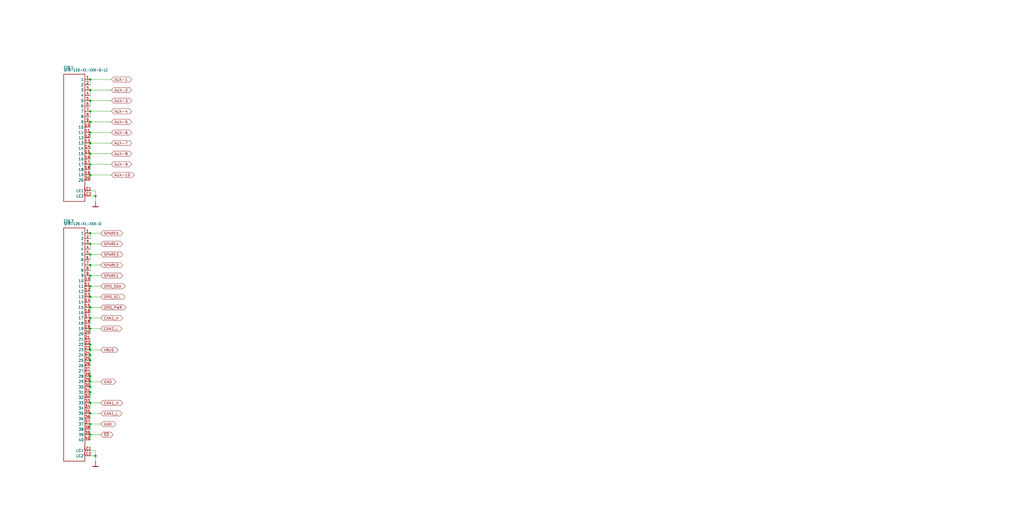
<source format=kicad_sch>
(kicad_sch (version 20211123) (generator eeschema)
  (paper "User" 490.22 254.406)
  (lib_symbols
    (symbol "oresat-backplane-2u-eagle-import:GND" (power)
      (symbol "GND_1_0"
        (polyline (pts (xy -1.27 -2.54) (xy 1.27 -2.54)) (stroke (width 0.4064)))
        (pin power_in line (at 0 0 270) (length 2.54) (name "GND") (number "1"))
      )
    )
    (symbol "oresat-backplane-2u-eagle-import:SFM-110-X1-XXX-D-LC"
      (property "Reference" "CF" (at -2.54 33.02 0))
      (property "Value" "SFM-110-X1-XXX-D-LC" (at -2.54 31.75 0))
      (symbol "SFM-110-X1-XXX-D-LC_1_0"
        (polyline (pts (xy -2.54 -30.48) (xy -2.54 30.48)) (stroke (width 0.254)))
        (polyline (pts (xy -2.54 30.48) (xy 7.62 30.48)) (stroke (width 0.254)))
        (polyline (pts (xy 7.62 -30.48) (xy -2.54 -30.48)) (stroke (width 0.254)))
        (polyline (pts (xy 7.62 30.48) (xy 7.62 -30.48)) (stroke (width 0.254)))
        (pin passive line (at 10.16 27.94 180) (length 2.54) (name "1") (number "1"))
        (pin passive line (at 10.16 5.08 180) (length 2.54) (name "10") (number "10"))
        (pin passive line (at 10.16 2.54 180) (length 2.54) (name "11") (number "11"))
        (pin passive line (at 10.16 0 180) (length 2.54) (name "12") (number "12"))
        (pin passive line (at 10.16 -2.54 180) (length 2.54) (name "13") (number "13"))
        (pin passive line (at 10.16 -5.08 180) (length 2.54) (name "14") (number "14"))
        (pin passive line (at 10.16 -7.62 180) (length 2.54) (name "15") (number "15"))
        (pin passive line (at 10.16 -10.16 180) (length 2.54) (name "16") (number "16"))
        (pin passive line (at 10.16 -12.7 180) (length 2.54) (name "17") (number "17"))
        (pin passive line (at 10.16 -15.24 180) (length 2.54) (name "18") (number "18"))
        (pin passive line (at 10.16 -17.78 180) (length 2.54) (name "19") (number "19"))
        (pin passive line (at 10.16 25.4 180) (length 2.54) (name "2") (number "2"))
        (pin passive line (at 10.16 -20.32 180) (length 2.54) (name "20") (number "20"))
        (pin passive line (at 10.16 22.86 180) (length 2.54) (name "3") (number "3"))
        (pin passive line (at 10.16 20.32 180) (length 2.54) (name "4") (number "4"))
        (pin passive line (at 10.16 17.78 180) (length 2.54) (name "5") (number "5"))
        (pin passive line (at 10.16 15.24 180) (length 2.54) (name "6") (number "6"))
        (pin passive line (at 10.16 12.7 180) (length 2.54) (name "7") (number "7"))
        (pin passive line (at 10.16 10.16 180) (length 2.54) (name "8") (number "8"))
        (pin passive line (at 10.16 7.62 180) (length 2.54) (name "9") (number "9"))
        (pin passive line (at 10.16 -25.4 180) (length 2.54) (name "LC1") (number "LC1"))
        (pin passive line (at 10.16 -27.94 180) (length 2.54) (name "LC2") (number "LC2"))
      )
    )
    (symbol "oresat-backplane-2u-eagle-import:SFM-120-X1-XXX-D"
      (property "Reference" "J" (at -2.54 50.8 0))
      (property "Value" "SFM-120-X1-XXX-D" (at -2.54 49.53 0))
      (symbol "SFM-120-X1-XXX-D_1_0"
        (polyline (pts (xy -2.54 -63.5) (xy -2.54 48.26)) (stroke (width 0.254)))
        (polyline (pts (xy -2.54 48.26) (xy 7.62 48.26)) (stroke (width 0.254)))
        (polyline (pts (xy 7.62 -63.5) (xy -2.54 -63.5)) (stroke (width 0.254)))
        (polyline (pts (xy 7.62 48.26) (xy 7.62 -63.5)) (stroke (width 0.254)))
        (pin passive line (at 10.16 45.72 180) (length 2.54) (name "1") (number "1"))
        (pin passive line (at 10.16 22.86 180) (length 2.54) (name "10") (number "10"))
        (pin passive line (at 10.16 20.32 180) (length 2.54) (name "11") (number "11"))
        (pin passive line (at 10.16 17.78 180) (length 2.54) (name "12") (number "12"))
        (pin passive line (at 10.16 15.24 180) (length 2.54) (name "13") (number "13"))
        (pin passive line (at 10.16 12.7 180) (length 2.54) (name "14") (number "14"))
        (pin passive line (at 10.16 10.16 180) (length 2.54) (name "15") (number "15"))
        (pin passive line (at 10.16 7.62 180) (length 2.54) (name "16") (number "16"))
        (pin passive line (at 10.16 5.08 180) (length 2.54) (name "17") (number "17"))
        (pin passive line (at 10.16 2.54 180) (length 2.54) (name "18") (number "18"))
        (pin passive line (at 10.16 0 180) (length 2.54) (name "19") (number "19"))
        (pin passive line (at 10.16 43.18 180) (length 2.54) (name "2") (number "2"))
        (pin passive line (at 10.16 -2.54 180) (length 2.54) (name "20") (number "20"))
        (pin passive line (at 10.16 -5.08 180) (length 2.54) (name "21") (number "21"))
        (pin passive line (at 10.16 -7.62 180) (length 2.54) (name "22") (number "22"))
        (pin passive line (at 10.16 -10.16 180) (length 2.54) (name "23") (number "23"))
        (pin passive line (at 10.16 -12.7 180) (length 2.54) (name "24") (number "24"))
        (pin passive line (at 10.16 -15.24 180) (length 2.54) (name "25") (number "25"))
        (pin passive line (at 10.16 -17.78 180) (length 2.54) (name "26") (number "26"))
        (pin passive line (at 10.16 -20.32 180) (length 2.54) (name "27") (number "27"))
        (pin passive line (at 10.16 -22.86 180) (length 2.54) (name "28") (number "28"))
        (pin passive line (at 10.16 -25.4 180) (length 2.54) (name "29") (number "29"))
        (pin passive line (at 10.16 40.64 180) (length 2.54) (name "3") (number "3"))
        (pin passive line (at 10.16 -27.94 180) (length 2.54) (name "30") (number "30"))
        (pin passive line (at 10.16 -30.48 180) (length 2.54) (name "31") (number "31"))
        (pin passive line (at 10.16 -33.02 180) (length 2.54) (name "32") (number "32"))
        (pin passive line (at 10.16 -35.56 180) (length 2.54) (name "33") (number "33"))
        (pin passive line (at 10.16 -38.1 180) (length 2.54) (name "34") (number "34"))
        (pin passive line (at 10.16 -40.64 180) (length 2.54) (name "35") (number "35"))
        (pin passive line (at 10.16 -43.18 180) (length 2.54) (name "36") (number "36"))
        (pin passive line (at 10.16 -45.72 180) (length 2.54) (name "37") (number "37"))
        (pin passive line (at 10.16 -48.26 180) (length 2.54) (name "38") (number "38"))
        (pin passive line (at 10.16 -50.8 180) (length 2.54) (name "39") (number "39"))
        (pin passive line (at 10.16 38.1 180) (length 2.54) (name "4") (number "4"))
        (pin passive line (at 10.16 -53.34 180) (length 2.54) (name "40") (number "40"))
        (pin passive line (at 10.16 35.56 180) (length 2.54) (name "5") (number "5"))
        (pin passive line (at 10.16 33.02 180) (length 2.54) (name "6") (number "6"))
        (pin passive line (at 10.16 30.48 180) (length 2.54) (name "7") (number "7"))
        (pin passive line (at 10.16 27.94 180) (length 2.54) (name "8") (number "8"))
        (pin passive line (at 10.16 25.4 180) (length 2.54) (name "9") (number "9"))
        (pin passive line (at 10.16 -58.42 180) (length 2.54) (name "LC1") (number "LC1"))
        (pin passive line (at 10.16 -60.96 180) (length 2.54) (name "LC2") (number "LC2"))
      )
    )
  )
  (junction (at 43.18 170.18))
  (junction (at 43.18 157.48))
  (junction (at 43.18 53.34))
  (junction (at 45.72 218.44))
  (junction (at 43.18 73.66))
  (junction (at 43.18 132.08))
  (junction (at 43.18 121.92))
  (junction (at 43.18 43.18))
  (junction (at 43.18 142.24))
  (junction (at 43.18 147.32))
  (junction (at 43.18 48.26))
  (junction (at 43.18 193.04))
  (junction (at 43.18 180.34))
  (junction (at 43.18 198.12))
  (junction (at 43.18 182.88))
  (junction (at 43.18 167.64))
  (junction (at 43.18 185.42))
  (junction (at 43.18 38.1))
  (junction (at 43.18 172.72))
  (junction (at 43.18 152.4))
  (junction (at 43.18 63.5))
  (junction (at 43.18 58.42))
  (junction (at 43.18 187.96))
  (junction (at 43.18 83.82))
  (junction (at 43.18 116.84))
  (junction (at 43.18 137.16))
  (junction (at 43.18 111.76))
  (junction (at 43.18 208.28))
  (junction (at 43.18 203.2))
  (junction (at 45.72 93.98))
  (junction (at 43.18 165.1))
  (junction (at 43.18 68.58))
  (junction (at 43.18 127))
  (junction (at 43.18 78.74))
  (wire (pts (xy 48.26 152.4) (xy 43.18 152.4)))
  (wire (pts (xy 48.26 157.48) (xy 43.18 157.48)))
  (wire (pts (xy 43.18 53.34) (xy 53.34 53.34)))
  (wire (pts (xy 43.18 116.84) (xy 43.18 119.38)))
  (wire (pts (xy 43.18 147.32) (xy 43.18 149.86)))
  (wire (pts (xy 43.18 73.66) (xy 43.18 76.2)))
  (wire (pts (xy 45.72 93.98) (xy 43.18 93.98)))
  (wire (pts (xy 43.18 193.04) (xy 43.18 195.58)))
  (wire (pts (xy 43.18 58.42) (xy 43.18 60.96)))
  (wire (pts (xy 43.18 68.58) (xy 43.18 71.12)))
  (wire (pts (xy 48.26 167.64) (xy 43.18 167.64)))
  (wire (pts (xy 43.18 63.5) (xy 53.34 63.5)))
  (wire (pts (xy 43.18 43.18) (xy 53.34 43.18)))
  (wire (pts (xy 43.18 73.66) (xy 53.34 73.66)))
  (wire (pts (xy 43.18 38.1) (xy 53.34 38.1)))
  (wire (pts (xy 48.26 142.24) (xy 43.18 142.24)))
  (wire (pts (xy 43.18 63.5) (xy 43.18 66.04)))
  (wire (pts (xy 48.26 198.12) (xy 43.18 198.12)))
  (wire (pts (xy 43.18 116.84) (xy 48.26 116.84)))
  (wire (pts (xy 43.18 182.88) (xy 43.18 185.42)))
  (wire (pts (xy 43.18 83.82) (xy 43.18 86.36)))
  (wire (pts (xy 43.18 53.34) (xy 43.18 55.88)))
  (wire (pts (xy 45.72 93.98) (xy 45.72 91.44)))
  (wire (pts (xy 43.18 68.58) (xy 53.34 68.58)))
  (wire (pts (xy 48.26 147.32) (xy 43.18 147.32)))
  (wire (pts (xy 43.18 142.24) (xy 43.18 144.78)))
  (wire (pts (xy 43.18 162.56) (xy 43.18 165.1)))
  (wire (pts (xy 48.26 182.88) (xy 43.18 182.88)))
  (wire (pts (xy 48.26 137.16) (xy 43.18 137.16)))
  (wire (pts (xy 43.18 83.82) (xy 53.34 83.82)))
  (wire (pts (xy 43.18 137.16) (xy 43.18 139.7)))
  (wire (pts (xy 43.18 215.9) (xy 45.72 215.9)))
  (wire (pts (xy 45.72 96.52) (xy 45.72 93.98)))
  (wire (pts (xy 43.18 152.4) (xy 43.18 154.94)))
  (wire (pts (xy 43.18 58.42) (xy 53.34 58.42)))
  (wire (pts (xy 43.18 48.26) (xy 43.18 50.8)))
  (wire (pts (xy 43.18 78.74) (xy 53.34 78.74)))
  (wire (pts (xy 45.72 91.44) (xy 43.18 91.44)))
  (wire (pts (xy 43.18 187.96) (xy 43.18 185.42)))
  (wire (pts (xy 43.18 172.72) (xy 43.18 175.26)))
  (wire (pts (xy 43.18 165.1) (xy 43.18 167.64)))
  (wire (pts (xy 45.72 215.9) (xy 45.72 218.44)))
  (wire (pts (xy 43.18 182.88) (xy 43.18 180.34)))
  (wire (pts (xy 43.18 167.64) (xy 43.18 170.18)))
  (wire (pts (xy 43.18 38.1) (xy 43.18 40.64)))
  (wire (pts (xy 48.26 127) (xy 43.18 127)))
  (wire (pts (xy 43.18 170.18) (xy 43.18 172.72)))
  (wire (pts (xy 43.18 132.08) (xy 43.18 134.62)))
  (wire (pts (xy 43.18 121.92) (xy 43.18 124.46)))
  (wire (pts (xy 43.18 111.76) (xy 48.26 111.76)))
  (wire (pts (xy 48.26 208.28) (xy 43.18 208.28)))
  (wire (pts (xy 43.18 157.48) (xy 43.18 160.02)))
  (wire (pts (xy 43.18 78.74) (xy 43.18 81.28)))
  (wire (pts (xy 43.18 208.28) (xy 43.18 210.82)))
  (wire (pts (xy 43.18 43.18) (xy 43.18 45.72)))
  (wire (pts (xy 48.26 203.2) (xy 43.18 203.2)))
  (wire (pts (xy 43.18 111.76) (xy 43.18 114.3)))
  (wire (pts (xy 43.18 48.26) (xy 53.34 48.26)))
  (wire (pts (xy 43.18 218.44) (xy 45.72 218.44)))
  (wire (pts (xy 48.26 193.04) (xy 43.18 193.04)))
  (wire (pts (xy 43.18 127) (xy 43.18 129.54)))
  (wire (pts (xy 43.18 187.96) (xy 43.18 190.5)))
  (wire (pts (xy 43.18 198.12) (xy 43.18 200.66)))
  (wire (pts (xy 48.26 132.08) (xy 43.18 132.08)))
  (wire (pts (xy 43.18 121.92) (xy 48.26 121.92)))
  (wire (pts (xy 43.18 177.8) (xy 43.18 180.34)))
  (wire (pts (xy 43.18 203.2) (xy 43.18 205.74)))
  (wire (pts (xy 45.72 218.44) (xy 45.72 220.98)))
  (global_label "GND" (shape bidirectional) (at 48.26 203.2 0) (effects (font (size 1.2446 1.2446))) (property "Intersheet References" "${INTERSHEET_REFS}" (effects hide)))
  (global_label "SPARE1" (shape bidirectional) (at 48.26 132.08 0) (effects (font (size 1.2446 1.2446))) (property "Intersheet References" "${INTERSHEET_REFS}" (effects hide)))
  (global_label "SPARE4" (shape bidirectional) (at 48.26 116.84 0) (effects (font (size 1.2446 1.2446))) (property "Intersheet References" "${INTERSHEET_REFS}" (effects hide)))
  (global_label "AUX-9" (shape bidirectional) (at 53.34 78.74 0) (effects (font (size 1.2446 1.2446))) (property "Intersheet References" "${INTERSHEET_REFS}" (effects hide)))
  (global_label "AUX-10" (shape bidirectional) (at 53.34 83.82 0) (effects (font (size 1.2446 1.2446))) (property "Intersheet References" "${INTERSHEET_REFS}" (effects hide)))
  (global_label "AUX-5" (shape bidirectional) (at 53.34 58.42 0) (effects (font (size 1.2446 1.2446))) (property "Intersheet References" "${INTERSHEET_REFS}" (effects hide)))
  (global_label "~{SD}" (shape bidirectional) (at 48.26 208.28 0) (effects (font (size 1.2446 1.2446))) (property "Intersheet References" "${INTERSHEET_REFS}" (effects hide)))
  (global_label "AUX-8" (shape bidirectional) (at 53.34 73.66 0) (effects (font (size 1.2446 1.2446))) (property "Intersheet References" "${INTERSHEET_REFS}" (effects hide)))
  (global_label "CAN1_L" (shape bidirectional) (at 48.26 198.12 0) (effects (font (size 1.2446 1.2446))) (property "Intersheet References" "${INTERSHEET_REFS}" (effects hide)))
  (global_label "AUX-7" (shape bidirectional) (at 53.34 68.58 0) (effects (font (size 1.2446 1.2446))) (property "Intersheet References" "${INTERSHEET_REFS}" (effects hide)))
  (global_label "CAN2_L" (shape bidirectional) (at 48.26 157.48 0) (effects (font (size 1.2446 1.2446))) (property "Intersheet References" "${INTERSHEET_REFS}" (effects hide)))
  (global_label "AUX-6" (shape bidirectional) (at 53.34 63.5 0) (effects (font (size 1.2446 1.2446))) (property "Intersheet References" "${INTERSHEET_REFS}" (effects hide)))
  (global_label "OPD_SCL" (shape bidirectional) (at 48.26 142.24 0) (effects (font (size 1.2446 1.2446))) (property "Intersheet References" "${INTERSHEET_REFS}" (effects hide)))
  (global_label "AUX-4" (shape bidirectional) (at 53.34 53.34 0) (effects (font (size 1.2446 1.2446))) (property "Intersheet References" "${INTERSHEET_REFS}" (effects hide)))
  (global_label "SPARE3" (shape bidirectional) (at 48.26 121.92 0) (effects (font (size 1.2446 1.2446))) (property "Intersheet References" "${INTERSHEET_REFS}" (effects hide)))
  (global_label "OPD_PWR" (shape bidirectional) (at 48.26 147.32 0) (effects (font (size 1.2446 1.2446))) (property "Intersheet References" "${INTERSHEET_REFS}" (effects hide)))
  (global_label "AUX-1" (shape bidirectional) (at 53.34 38.1 0) (effects (font (size 1.2446 1.2446))) (property "Intersheet References" "${INTERSHEET_REFS}" (effects hide)))
  (global_label "OPD_SDA" (shape bidirectional) (at 48.26 137.16 0) (effects (font (size 1.2446 1.2446))) (property "Intersheet References" "${INTERSHEET_REFS}" (effects hide)))
  (global_label "SPARE2" (shape bidirectional) (at 48.26 127 0) (effects (font (size 1.2446 1.2446))) (property "Intersheet References" "${INTERSHEET_REFS}" (effects hide)))
  (global_label "CAN2_H" (shape bidirectional) (at 48.26 152.4 0) (effects (font (size 1.2446 1.2446))) (property "Intersheet References" "${INTERSHEET_REFS}" (effects hide)))
  (global_label "VBUS" (shape bidirectional) (at 48.26 167.64 0) (effects (font (size 1.2446 1.2446))) (property "Intersheet References" "${INTERSHEET_REFS}" (effects hide)))
  (global_label "SPARE5" (shape bidirectional) (at 48.26 111.76 0) (effects (font (size 1.2446 1.2446))) (property "Intersheet References" "${INTERSHEET_REFS}" (effects hide)))
  (global_label "AUX-3" (shape bidirectional) (at 53.34 48.26 0) (effects (font (size 1.2446 1.2446))) (property "Intersheet References" "${INTERSHEET_REFS}" (effects hide)))
  (global_label "AUX-2" (shape bidirectional) (at 53.34 43.18 0) (effects (font (size 1.2446 1.2446))) (property "Intersheet References" "${INTERSHEET_REFS}" (effects hide)))
  (global_label "CAN1_H" (shape bidirectional) (at 48.26 193.04 0) (effects (font (size 1.2446 1.2446))) (property "Intersheet References" "${INTERSHEET_REFS}" (effects hide)))
  (global_label "GND" (shape bidirectional) (at 48.26 182.88 0) (effects (font (size 1.2446 1.2446))) (property "Intersheet References" "${INTERSHEET_REFS}" (effects hide)))
  (symbol (lib_id "oresat-backplane-2u-eagle-import:SFM-110-X1-XXX-D-LC") (at 33.02 66.04 0) (unit 1)
    (property "Reference" "CF6.1" (at 30.48 33.02 0) (effects (font (size 1.27 1.0795)) (justify left bottom)))
    (property "Value" "SFM-110-X1-XXX-D-LC" (at 30.48 34.29 0) (effects (font (size 1.27 1.0795)) (justify left bottom)))
    (property "Footprint" "oresat-footprints:J-SAMTEC-CF-SFM-110-X1-XXX-D-LC" (effects hide))
  )
  (symbol (lib_id "oresat-backplane-2u-eagle-import:SFM-120-X1-XXX-D") (at 33.02 157.48 0) (unit 1)
    (property "Reference" "CF6.2" (at 30.48 106.68 0) (effects (font (size 1.27 1.0795)) (justify left bottom)))
    (property "Value" "SFM-120-X1-XXX-D" (at 30.48 107.95 0) (effects (font (size 1.27 1.0795)) (justify left bottom)))
    (property "Footprint" "oresat-footprints:J-SAMTEC-SFM-120-X1-XXX-D" (effects hide))
  )
  (symbol (lib_id "oresat-backplane-2u-eagle-import:GND") (at 45.72 220.98 0) (unit 1)
    (property "Reference" "#GND085" (effects hide))
    (property "Value" "GND" (effects hide))
    (property "Footprint" "oresat-backplane-2u:" (effects hide))
  )
  (symbol (lib_id "oresat-backplane-2u-eagle-import:GND") (at 45.72 96.52 0) (unit 1)
    (property "Reference" "#GND089" (effects hide))
    (property "Value" "GND" (effects hide))
    (property "Footprint" "oresat-backplane-2u:" (effects hide))
  )
)
</source>
